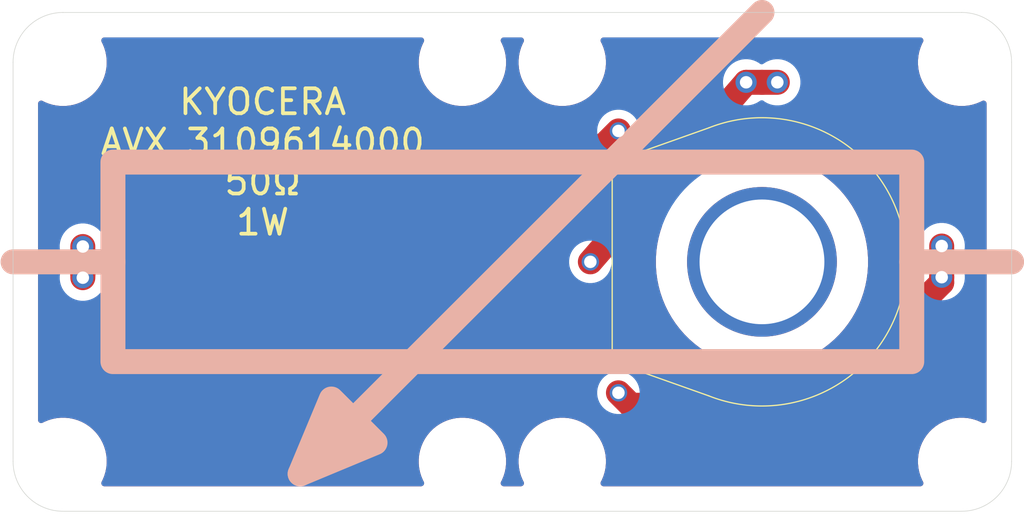
<source format=kicad_pcb>
(kicad_pcb (version 20241229) (generator "pcbnew") (generator_version "9.0")
  (title_block (date "2025-03-07"))
  (layers (0 "F.Cu" signal) (2 "B.Cu" signal) (13 "F.Paste" user) (15 "B.Paste" user) (5 "F.SilkS" user "F.Silkscreen") (7 "B.SilkS" user "B.Silkscreen") (1 "F.Mask" user) (3 "B.Mask" user) (25 "Edge.Cuts" user))
  (net 0 "")
  (net 1 "Net-(J1-Pin_1)")
  (net 2 "Net-(J2-Pin_1)")
  (net 3 "Net-(J5-Pin_1)")
  (footprint "EASYEDA2KICAD:MountingHole_3.0mm_M3_tight" (layer "F.Cu") (at 57 17)
    (property "Reference" "H5" (hide yes))
    (property "Value" "MH M3")
    (pad "" np_thru_hole circle (at 0 0) (size 3 3) (drill 3) (layers "*.Cu" "*.Mask"))
  )
  (footprint "EASYEDA2KICAD:MountingHole_3.0mm_M3_tight" (layer "F.Cu") (at 49 49 -90)
    (property "Reference" "H3" (hide yes))
    (property "Value" "MH M3")
    (pad "" np_thru_hole circle (at 0 0 270) (size 3 3) (drill 3) (layers "*.Cu" "*.Mask"))
  )
  (footprint "EASYEDA2KICAD:MountingHole_3.0mm_M3_tight" (layer "F.Cu") (at 49 17 -90)
    (property "Reference" "H1" (hide yes))
    (property "Value" "MH M3")
    (pad "" np_thru_hole circle (at 0 0 270) (size 3 3) (drill 3) (layers "*.Cu" "*.Mask"))
  )
  (footprint "EASYEDA2KICAD:Magentic_Connector_1x02_P2.5mm_Horizontal" (layer "F.Cu") (at 73 18.5 90)
    (property "Reference" "J2" (hide yes))
    (property "Value" "Conn_01x02_Pin")
    (pad "1" thru_hole circle (at -0.1 -1.27 90) (size 1.7 1.7) (drill 1) (layers "*.Cu" "*.Mask") (net 2 "Net-(J2-Pin_1)"))
    (pad "2" thru_hole oval (at -0.1 1.23 90) (size 1.7 1.7) (drill 1) (layers "*.Cu" "*.Mask") (net 2 "Net-(J2-Pin_1)"))
  )
  (footprint "EASYEDA2KICAD:MountingHole_3.0mm_M3_tight" (layer "F.Cu") (at 89 17)
    (property "Reference" "H6" (hide yes))
    (property "Value" "MH M3")
    (pad "" np_thru_hole circle (at 0 0) (size 3 3) (drill 3) (layers "*.Cu" "*.Mask"))
  )
  (footprint "EASYEDA2KICAD:MountingHole_3.0mm_M3_tight" (layer "F.Cu") (at 89 49)
    (property "Reference" "H7" (hide yes))
    (property "Value" "MH M3")
    (pad "" np_thru_hole circle (at 0 0) (size 3 3) (drill 3) (layers "*.Cu" "*.Mask"))
  )
  (footprint "EASYEDA2KICAD:MountingHole_3.0mm_M3_tight" (layer "F.Cu") (at 17 49 -90)
    (property "Reference" "H4" (hide yes))
    (property "Value" "MH M3")
    (pad "" np_thru_hole circle (at 0 0 270) (size 3 3) (drill 3) (layers "*.Cu" "*.Mask"))
  )
  (footprint "EASYEDA2KICAD:Magentic_Connector_1x02_P2.5mm_Horizontal" (layer "F.Cu") (at 18.4875 33 180)
    (property "Reference" "J5" (hide yes))
    (property "Value" "Conn_01x02_Pin")
    (pad "1" thru_hole circle (at -0.1 -1.27 180) (size 1.7 1.7) (drill 1) (layers "*.Cu" "*.Mask") (net 3 "Net-(J5-Pin_1)"))
    (pad "2" thru_hole oval (at -0.1 1.23 180) (size 1.7 1.7) (drill 1) (layers "*.Cu" "*.Mask") (net 3 "Net-(J5-Pin_1)"))
  )
  (footprint "EASYEDA2KICAD:MountingHole_3.0mm_M3_tight" (layer "F.Cu") (at 17 17 -90)
    (property "Reference" "H2" (hide yes))
    (property "Value" "MH M3")
    (pad "" np_thru_hole circle (at 0 0 270) (size 3 3) (drill 3) (layers "*.Cu" "*.Mask"))
  )
  (footprint "EASYEDA2KICAD:MountingHole_3.0mm_M3_tight" (layer "F.Cu") (at 57 49)
    (property "Reference" "H8" (hide yes))
    (property "Value" "MH M3")
    (pad "" np_thru_hole circle (at 0 0) (size 3 3) (drill 3) (layers "*.Cu" "*.Mask"))
  )
  (footprint "EASYEDA2KICAD:Magentic_Connector_1x02_P2.5mm_Horizontal" (layer "F.Cu") (at 87.5 33)
    (property "Reference" "J1" (hide yes))
    (property "Value" "Conn_01x02_Pin")
    (pad "1" thru_hole circle (at -0.1 -1.27) (size 1.7 1.7) (drill 1) (layers "*.Cu" "*.Mask") (net 1 "Net-(J1-Pin_1)"))
    (pad "2" thru_hole oval (at -0.1 1.23) (size 1.7 1.7) (drill 1) (layers "*.Cu" "*.Mask") (net 1 "Net-(J1-Pin_1)"))
  )
  (footprint "EASYEDA2KICAD:RES-ADJ-THT-High-Power-Conrad" (layer "B.Cu") (at 73 33 90)
    (property "Reference" "R1" (hide yes))
    (property "Value" "RS45111A900F" (hide yes))
    (fp_line (start 8 -12) (end -8 -12) (stroke (width 0.1)) (layer "F.SilkS"))
    (fp_line (start -8 -12) (end -10.75 -4.25) (stroke (width 0.1)) (layer "F.SilkS"))
    (fp_line (start 10.75 -4.25) (end 8 -12) (stroke (width 0.1)) (layer "F.SilkS"))
    (fp_arc (start 10.75 -4.25) (mid 0 11.559628) (end -10.75 -4.25) (stroke (width 0.1)) (layer "F.SilkS"))
    (pad "1" thru_hole circle (at -10.5 -11.5 90) (size 1.4 1.4) (drill 1) (layers "*.Cu" "*.Mask") (net 1 "Net-(J1-Pin_1)"))
    (pad "2" thru_hole circle (at 0 -13.75 90) (size 1.4 1.4) (drill 1) (layers "*.Cu" "*.Mask") (net 2 "Net-(J2-Pin_1)"))
    (pad "3" thru_hole circle (at 10.5 -11.5 90) (size 1.4 1.4) (drill 1) (layers "*.Cu" "*.Mask") (net 3 "Net-(J5-Pin_1)"))
    (pad "4" thru_hole circle (at 0 0 90) (size 12 12) (drill 10) (layers "*.Cu" "*.Mask") (clearance 2.5))
  )
  (gr_line (start 21 33) (end 13 33) (stroke (width 2)) (layer "B.SilkS"))
  (gr_line (start 93 33) (end 85 33) (stroke (width 2)) (layer "B.SilkS"))
  (gr_poly (pts (xy 36 50) (xy 42 47.5) (xy 38.5 44)) (stroke (width 2)) (fill yes) (layer "B.SilkS"))
  (gr_rect (start 21 25) (end 85 41) (stroke (width 2)) (fill no) (layer "B.SilkS"))
  (gr_line (start 73 13) (end 36 50) (stroke (width 2)) (layer "B.SilkS"))
  (gr_line (start 93 17) (end 93 49) (stroke (width 0.05)) (layer "Edge.Cuts"))
  (gr_arc (start 93 49) (mid 91.828427 51.828427) (end 89 53) (stroke (width 0.05)) (layer "Edge.Cuts"))
  (gr_arc (start 17 53) (mid 14.171573 51.828427) (end 13 49) (stroke (width 0.05)) (layer "Edge.Cuts"))
  (gr_line (start 89 13) (end 17 13) (stroke (width 0.05)) (layer "Edge.Cuts"))
  (gr_line (start 17 53) (end 89 53) (stroke (width 0.05)) (layer "Edge.Cuts"))
  (gr_arc (start 13 17) (mid 14.171573 14.171573) (end 17 13) (stroke (width 0.05)) (layer "Edge.Cuts"))
  (gr_arc (start 89 13) (mid 91.828427 14.171573) (end 93 17) (stroke (width 0.05)) (layer "Edge.Cuts"))
  (gr_line (start 13 17) (end 13 49) (stroke (width 0.05)) (layer "Edge.Cuts"))
  (gr_text "KYOCERA\nAVX 3109614000\n50Ω\n1W" (at 33 25 0) (layer "F.SilkS") (effects (font (size 2 2) (thickness 0.3))))
  (segment (start 62.5 44.5) (end 77.565 44.5) (width 2) (layer "F.Cu") (net 1))
  (segment (start 77.565 44.5) (end 87.4 34.665) (width 2) (layer "F.Cu") (net 1))
  (segment (start 61.5 43.5) (end 62.5 44.5) (width 2) (layer "F.Cu") (net 1))
  (segment (start 87.4 34.23) (end 87.4 31.73) (width 2) (layer "F.Cu") (net 1))
  (segment (start 87.4 34.665) (end 87.4 34.23) (width 2) (layer "F.Cu") (net 1))
  (segment (start 71.73 18.6) (end 73 18.6) (width 2) (layer "F.Cu") (net 2))
  (segment (start 73 18.6) (end 74.23 18.6) (width 2) (layer "F.Cu") (net 2))
  (segment (start 59.25 33) (end 71.73 18.6) (width 2) (layer "F.Cu") (net 2))
  (segment (start 18.5875 33) (end 18.5875 31.77) (width 2) (layer "F.Cu") (net 3))
  (segment (start 51 33) (end 18.5875 33) (width 2) (layer "F.Cu") (net 3))
  (segment (start 18.5875 34) (end 18.5875 33) (width 2) (layer "F.Cu") (net 3))
  (segment (start 18.5875 34.27) (end 18.5875 34) (width 2) (layer "F.Cu") (net 3))
  (segment (start 61.5 22.5) (end 51 33) (width 2) (layer "F.Cu") (net 3))
  (zone (net 0) (net_name "") (layers "F.Cu" "B.Cu") (connect_pads (clearance 1)) (min_thickness 0.5) (fill yes (thermal_gap 0.5) (thermal_bridge_width 0.5) (island_removal_mode 1) (island_area_min 10))
    (polygon (pts (xy 93 13) (xy 13 13) (xy 13 53) (xy 93 53)))
  )
)
</source>
